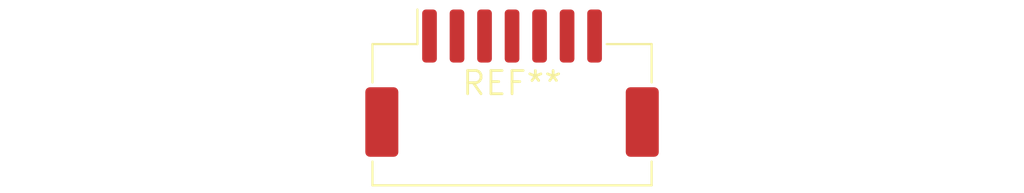
<source format=kicad_pcb>
(kicad_pcb (version 20240108) (generator pcbnew)
  (layers (0 "F.Cu" signal) (31 "B.Cu" signal) (34 "B.Paste" user) (35 "F.Paste" user) (36 "B.SilkS" user "B.Silkscreen") (37 "F.SilkS" user "F.Silkscreen") (38 "B.Mask" user) (39 "F.Mask" user) (44 "Edge.Cuts" user))
  (net 0 "")
  (footprint "JST_ZE_SM07B-ZESS-TB_1x07-1MP_P1.50mm_Horizontal" (layer "F.Cu") (at 0 0)
    (property "Reference" "REF**")
    (property "Value" "JST_ZE_SM07B-ZESS-TB_1x07-1MP_P1.50mm_Horizontal")
    (fp_line (start -7.61 -2.135) (end -5.16 -2.135) (layer "F.SilkS") (stroke (width 0.12)))
    (fp_line (start -7.61 -0.035) (end -7.61 -2.135) (layer "F.SilkS") (stroke (width 0.12)))
    (fp_line (start -7.61 4.285) (end -7.61 5.585) (layer "F.SilkS") (stroke (width 0.12)))
    (fp_line (start -7.61 5.585) (end 7.61 5.585) (layer "F.SilkS") (stroke (width 0.12)))
    (fp_line (start -5.16 -2.135) (end -5.16 -4.025) (layer "F.SilkS") (stroke (width 0.12)))
    (fp_line (start 7.61 -2.135) (end 5.16 -2.135) (layer "F.SilkS") (stroke (width 0.12)))
    (fp_line (start 7.61 -0.035) (end 7.61 -2.135) (layer "F.SilkS") (stroke (width 0.12)))
    (fp_line (start 7.61 5.585) (end 7.61 4.285) (layer "F.SilkS") (stroke (width 0.12)))
    (pad "1" smd roundrect (at -4.5 -2.575) (size 0.8 2.9) (layers "F.Cu" "F.Paste" "F.Mask"))
    (pad "2" smd roundrect (at -3 -2.575) (size 0.8 2.9) (layers "F.Cu" "F.Paste" "F.Mask"))
    (pad "3" smd roundrect (at -1.5 -2.575) (size 0.8 2.9) (layers "F.Cu" "F.Paste" "F.Mask"))
    (pad "4" smd roundrect (at 0 -2.575) (size 0.8 2.9) (layers "F.Cu" "F.Paste" "F.Mask"))
    (pad "5" smd roundrect (at 1.5 -2.575) (size 0.8 2.9) (layers "F.Cu" "F.Paste" "F.Mask"))
    (pad "6" smd roundrect (at 3 -2.575) (size 0.8 2.9) (layers "F.Cu" "F.Paste" "F.Mask"))
    (pad "7" smd roundrect (at 4.5 -2.575) (size 0.8 2.9) (layers "F.Cu" "F.Paste" "F.Mask"))
    (pad "MP" smd roundrect (at -7.1 2.125) (size 1.8 3.8) (layers "F.Cu" "F.Paste" "F.Mask") (roundrect_rratio 0.138889))
    (pad "MP" smd roundrect (at 7.1 2.125) (size 1.8 3.8) (layers "F.Cu" "F.Paste" "F.Mask") (roundrect_rratio 0.138889))
  )
)
</source>
